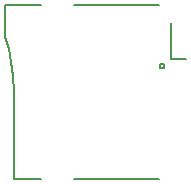
<source format=gbr>
G04 #@! TF.GenerationSoftware,KiCad,Pcbnew,5.1.5+dfsg1-2build2*
G04 #@! TF.CreationDate,2023-12-23T23:04:05+00:00*
G04 #@! TF.ProjectId,small_esc,736d616c-6c5f-4657-9363-2e6b69636164,rev?*
G04 #@! TF.SameCoordinates,Original*
G04 #@! TF.FileFunction,Legend,Bot*
G04 #@! TF.FilePolarity,Positive*
%FSLAX46Y46*%
G04 Gerber Fmt 4.6, Leading zero omitted, Abs format (unit mm)*
G04 Created by KiCad (PCBNEW 5.1.5+dfsg1-2build2) date 2023-12-23 23:04:05*
%MOMM*%
%LPD*%
G04 APERTURE LIST*
%ADD10C,0.150000*%
G04 APERTURE END LIST*
D10*
X108460000Y-161655000D02*
X108460000Y-154305000D01*
X108460000Y-154305000D02*
X108410000Y-152955000D01*
X108410000Y-152955000D02*
X108260000Y-151805000D01*
X108260000Y-151805000D02*
X108060000Y-150705000D01*
X108060000Y-150705000D02*
X107760000Y-149655000D01*
X121760000Y-151505000D02*
X123060000Y-151505000D01*
X113560000Y-161655000D02*
X120760000Y-161655000D01*
X110760000Y-161655000D02*
X108460000Y-161655000D01*
X107760000Y-149655000D02*
X107760000Y-146955000D01*
X107760000Y-146955000D02*
X110760000Y-146955000D01*
X120760000Y-146955000D02*
X113560000Y-146955000D01*
X121160000Y-151955000D02*
X121160000Y-152255000D01*
X121160000Y-152255000D02*
X120860000Y-152255000D01*
X120860000Y-152255000D02*
X120860000Y-151955000D01*
X120860000Y-151955000D02*
X121160000Y-151955000D01*
X121760000Y-151505000D02*
X121760000Y-148505000D01*
M02*

</source>
